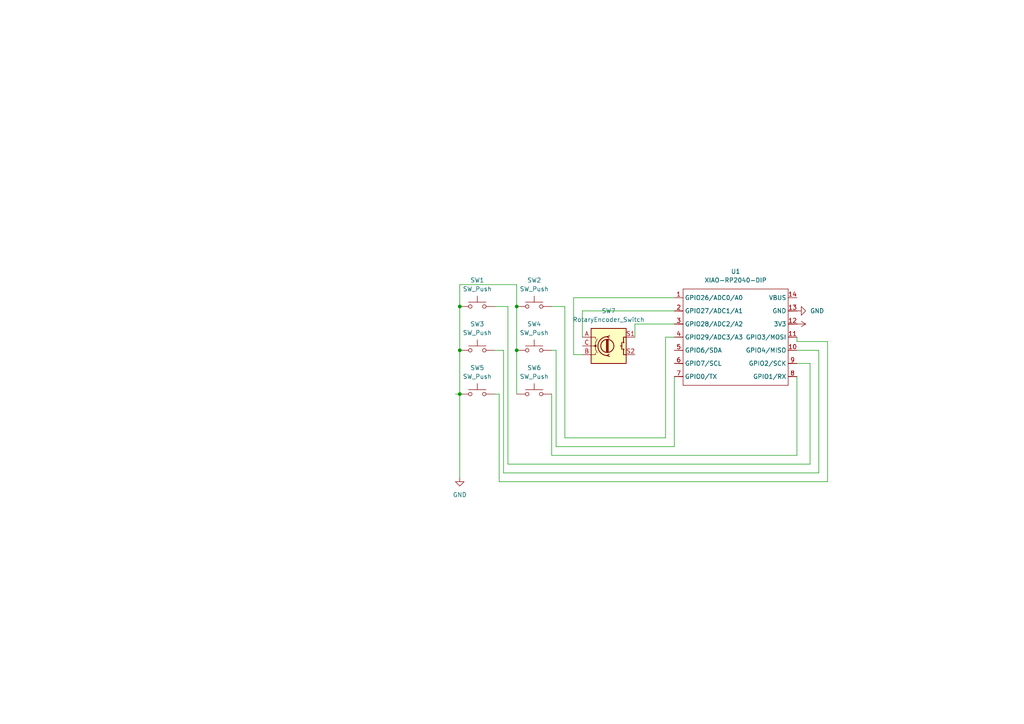
<source format=kicad_sch>
(kicad_sch (version 20250114) (generator "eeschema") (generator_version "9.0")
  (paper "A4")
  (lib_symbols
    (symbol "Device:RotaryEncoder_Switch" (pin_names (offset 0.254) (hide yes))
      (property "Reference" "SW" (at 0 6.604 0))
      (property "Value" "RotaryEncoder_Switch" (at 0 -6.604 0))
      (symbol "RotaryEncoder_Switch_0_1"
        (rectangle (start -5.08 5.08) (end 5.08 -5.08) (stroke (width 0.254)) (fill (type background)))
        (polyline (pts (xy -5.08 2.54) (xy -3.81 2.54) (xy -3.81 2.032)))
        (polyline (pts (xy -5.08 0) (xy -3.81 0) (xy -3.81 -1.016) (xy -3.302 -2.032)))
        (polyline (pts (xy -5.08 -2.54) (xy -3.81 -2.54) (xy -3.81 -2.032)))
        (polyline (pts (xy -4.318 0) (xy -3.81 0) (xy -3.81 1.016) (xy -3.302 2.032)))
        (circle (center -3.81 0) (radius 0.254) (fill (type outline)))
        (polyline (pts (xy -0.635 -1.778) (xy -0.635 1.778)) (stroke (width 0.254)))
        (circle (center -0.381 0) (radius 1.905) (stroke (width 0.254)))
        (polyline (pts (xy -0.381 -1.778) (xy -0.381 1.778)) (stroke (width 0.254)))
        (arc (start -0.381 -2.794) (mid -3.0988 -0.0635) (end -0.381 2.667) (stroke (width 0.254)))
        (polyline (pts (xy -0.127 1.778) (xy -0.127 -1.778)) (stroke (width 0.254)))
        (polyline (pts (xy 0.254 2.921) (xy -0.508 2.667) (xy 0.127 2.286)) (stroke (width 0.254)))
        (polyline (pts (xy 0.254 -3.048) (xy -0.508 -2.794) (xy 0.127 -2.413)) (stroke (width 0.254)))
        (polyline (pts (xy 3.81 1.016) (xy 3.81 -1.016)) (stroke (width 0.254)))
        (polyline (pts (xy 3.81 0) (xy 3.429 0)) (stroke (width 0.254)))
        (circle (center 4.318 1.016) (radius 0.127) (stroke (width 0.254)))
        (circle (center 4.318 -1.016) (radius 0.127) (stroke (width 0.254)))
        (polyline (pts (xy 5.08 2.54) (xy 4.318 2.54) (xy 4.318 1.016)) (stroke (width 0.254)))
        (polyline (pts (xy 5.08 -2.54) (xy 4.318 -2.54) (xy 4.318 -1.016)) (stroke (width 0.254)))
      )
      (symbol "RotaryEncoder_Switch_1_1"
        (pin passive line (at -7.62 2.54 0) (length 2.54) (name "A") (number "A"))
        (pin passive line (at -7.62 0 0) (length 2.54) (name "C") (number "C"))
        (pin passive line (at -7.62 -2.54 0) (length 2.54) (name "B") (number "B"))
        (pin passive line (at 7.62 2.54 180) (length 2.54) (name "S1") (number "S1"))
        (pin passive line (at 7.62 -2.54 180) (length 2.54) (name "S2") (number "S2"))
      )
    )
    (symbol "OPL:XIAO-RP2040-DIP"
      (property "Reference" "U" (at 0 0 0))
      (property "Value" "XIAO-RP2040-DIP" (at 5.334 -1.778 0))
      (symbol "XIAO-RP2040-DIP_1_0"
        (polyline (pts (xy -1.27 -2.54) (xy 29.21 -2.54)) (stroke (width 0.1524)))
        (polyline (pts (xy -1.27 -5.08) (xy -2.54 -5.08)) (stroke (width 0.1524)))
        (polyline (pts (xy -1.27 -5.08) (xy -1.27 -2.54)) (stroke (width 0.1524)))
        (polyline (pts (xy -1.27 -8.89) (xy -2.54 -8.89)) (stroke (width 0.1524)))
        (polyline (pts (xy -1.27 -8.89) (xy -1.27 -5.08)) (stroke (width 0.1524)))
        (polyline (pts (xy -1.27 -12.7) (xy -2.54 -12.7)) (stroke (width 0.1524)))
        (polyline (pts (xy -1.27 -12.7) (xy -1.27 -8.89)) (stroke (width 0.1524)))
        (polyline (pts (xy -1.27 -16.51) (xy -2.54 -16.51)) (stroke (width 0.1524)))
        (polyline (pts (xy -1.27 -16.51) (xy -1.27 -12.7)) (stroke (width 0.1524)))
        (polyline (pts (xy -1.27 -20.32) (xy -2.54 -20.32)) (stroke (width 0.1524)))
        (polyline (pts (xy -1.27 -24.13) (xy -2.54 -24.13)) (stroke (width 0.1524)))
        (polyline (pts (xy -1.27 -27.94) (xy -2.54 -27.94)) (stroke (width 0.1524)))
        (polyline (pts (xy -1.27 -30.48) (xy -1.27 -16.51)) (stroke (width 0.1524)))
        (polyline (pts (xy 29.21 -2.54) (xy 29.21 -5.08)) (stroke (width 0.1524)))
        (polyline (pts (xy 29.21 -5.08) (xy 29.21 -8.89)) (stroke (width 0.1524)))
        (polyline (pts (xy 29.21 -8.89) (xy 29.21 -12.7)) (stroke (width 0.1524)))
        (polyline (pts (xy 29.21 -12.7) (xy 29.21 -30.48)) (stroke (width 0.1524)))
        (polyline (pts (xy 29.21 -30.48) (xy -1.27 -30.48)) (stroke (width 0.1524)))
        (polyline (pts (xy 30.48 -5.08) (xy 29.21 -5.08)) (stroke (width 0.1524)))
        (polyline (pts (xy 30.48 -8.89) (xy 29.21 -8.89)) (stroke (width 0.1524)))
        (polyline (pts (xy 30.48 -12.7) (xy 29.21 -12.7)) (stroke (width 0.1524)))
        (polyline (pts (xy 30.48 -16.51) (xy 29.21 -16.51)) (stroke (width 0.1524)))
        (polyline (pts (xy 30.48 -20.32) (xy 29.21 -20.32)) (stroke (width 0.1524)))
        (polyline (pts (xy 30.48 -24.13) (xy 29.21 -24.13)) (stroke (width 0.1524)))
        (polyline (pts (xy 30.48 -27.94) (xy 29.21 -27.94)) (stroke (width 0.1524)))
        (pin passive line (at -3.81 -5.08 0) (length 2.54) (name "GPIO26/ADC0/A0") (number "1"))
        (pin passive line (at -3.81 -8.89 0) (length 2.54) (name "GPIO27/ADC1/A1") (number "2"))
        (pin passive line (at -3.81 -12.7 0) (length 2.54) (name "GPIO28/ADC2/A2") (number "3"))
        (pin passive line (at -3.81 -16.51 0) (length 2.54) (name "GPIO29/ADC3/A3") (number "4"))
        (pin passive line (at -3.81 -20.32 0) (length 2.54) (name "GPIO6/SDA") (number "5"))
        (pin passive line (at -3.81 -24.13 0) (length 2.54) (name "GPIO7/SCL") (number "6"))
        (pin passive line (at -3.81 -27.94 0) (length 2.54) (name "GPIO0/TX") (number "7"))
        (pin passive line (at 31.75 -5.08 180) (length 2.54) (name "VBUS") (number "14"))
        (pin passive line (at 31.75 -8.89 180) (length 2.54) (name "GND") (number "13"))
        (pin passive line (at 31.75 -12.7 180) (length 2.54) (name "3V3") (number "12"))
        (pin passive line (at 31.75 -16.51 180) (length 2.54) (name "GPIO3/MOSI") (number "11"))
        (pin passive line (at 31.75 -20.32 180) (length 2.54) (name "GPIO4/MISO") (number "10"))
        (pin passive line (at 31.75 -24.13 180) (length 2.54) (name "GPIO2/SCK") (number "9"))
        (pin passive line (at 31.75 -27.94 180) (length 2.54) (name "GPIO1/RX") (number "8"))
      )
    )
    (symbol "Switch:SW_Push" (pin_numbers (hide yes)) (pin_names (offset 1.016) (hide yes))
      (property "Reference" "SW" (at 1.27 2.54 0))
      (property "Value" "SW_Push" (at 0 -1.524 0))
      (symbol "SW_Push_0_1"
        (circle (center -2.032 0) (radius 0.508))
        (polyline (pts (xy 0 1.27) (xy 0 3.048)))
        (circle (center 2.032 0) (radius 0.508))
        (polyline (pts (xy 2.54 1.27) (xy -2.54 1.27)))
        (pin passive line (at -5.08 0 0) (length 2.54) (name "1") (number "1"))
        (pin passive line (at 5.08 0 180) (length 2.54) (name "2") (number "2"))
      )
    )
    (symbol "power:+3.3V" (power) (pin_numbers (hide yes)) (pin_names (offset 0) (hide yes))
      (property "Value" "+3.3V" (at 0 3.556 0))
      (symbol "+3.3V_0_1"
        (polyline (pts (xy -0.762 1.27) (xy 0 2.54)))
        (polyline (pts (xy 0 2.54) (xy 0.762 1.27)))
        (polyline (pts (xy 0 0) (xy 0 2.54)))
      )
      (symbol "+3.3V_1_1"
        (pin power_in line (at 0 0 90) (length 0) (name "~") (number "1"))
      )
    )
    (symbol "power:GND" (power) (pin_numbers (hide yes)) (pin_names (offset 0) (hide yes))
      (property "Value" "GND" (at 0 -3.81 0))
      (symbol "GND_0_1"
        (polyline (pts (xy 0 0) (xy 0 -1.27) (xy 1.27 -1.27) (xy 0 -2.54) (xy -1.27 -1.27) (xy 0 -1.27)))
      )
      (symbol "GND_1_1"
        (pin power_in line (at 0 0 270) (length 0) (name "~") (number "1"))
      )
    )
  )
  (junction (at 133.35 101.6))
  (junction (at 149.86 101.6))
  (junction (at 133.35 114.3))
  (junction (at 149.86 88.9))
  (junction (at 133.35 88.9))
  (wire (pts (xy 237.49 137.16) (xy 237.49 101.6)))
  (wire (pts (xy 147.32 134.62) (xy 234.95 134.62)))
  (wire (pts (xy 160.02 88.9) (xy 163.83 88.9)))
  (wire (pts (xy 195.58 109.22) (xy 195.58 129.54)))
  (wire (pts (xy 133.35 82.55) (xy 149.86 82.55)))
  (wire (pts (xy 166.37 86.36) (xy 195.58 86.36)))
  (wire (pts (xy 133.35 114.3) (xy 133.35 138.43)))
  (wire (pts (xy 160.02 114.3) (xy 160.02 132.08)))
  (wire (pts (xy 146.05 101.6) (xy 146.05 137.16)))
  (wire (pts (xy 184.15 93.98) (xy 195.58 93.98)))
  (wire (pts (xy 161.29 129.54) (xy 195.58 129.54)))
  (wire (pts (xy 168.91 90.17) (xy 195.58 90.17)))
  (wire (pts (xy 133.35 88.9) (xy 133.35 101.6)))
  (wire (pts (xy 237.49 101.6) (xy 231.14 101.6)))
  (wire (pts (xy 133.35 82.55) (xy 133.35 88.9)))
  (wire (pts (xy 168.91 102.87) (xy 166.37 102.87)))
  (wire (pts (xy 166.37 102.87) (xy 166.37 86.36)))
  (wire (pts (xy 144.78 139.7) (xy 144.78 114.3)))
  (wire (pts (xy 133.35 101.6) (xy 133.35 114.3)))
  (wire (pts (xy 193.04 97.79) (xy 195.58 97.79)))
  (wire (pts (xy 184.15 97.79) (xy 184.15 93.98)))
  (wire (pts (xy 168.91 97.79) (xy 168.91 90.17)))
  (wire (pts (xy 231.14 132.08) (xy 231.14 109.22)))
  (wire (pts (xy 144.78 139.7) (xy 240.03 139.7)))
  (wire (pts (xy 149.86 82.55) (xy 149.86 88.9)))
  (wire (pts (xy 147.32 134.62) (xy 147.32 88.9)))
  (wire (pts (xy 231.14 99.06) (xy 231.14 97.79)))
  (wire (pts (xy 143.51 88.9) (xy 147.32 88.9)))
  (wire (pts (xy 234.95 134.62) (xy 234.95 105.41)))
  (wire (pts (xy 240.03 139.7) (xy 240.03 99.06)))
  (wire (pts (xy 132.08 114.3) (xy 133.35 114.3)))
  (wire (pts (xy 149.86 101.6) (xy 149.86 114.3)))
  (wire (pts (xy 193.04 127) (xy 193.04 97.79)))
  (wire (pts (xy 161.29 101.6) (xy 161.29 129.54)))
  (wire (pts (xy 144.78 114.3) (xy 143.51 114.3)))
  (wire (pts (xy 160.02 101.6) (xy 161.29 101.6)))
  (wire (pts (xy 163.83 88.9) (xy 163.83 127)))
  (wire (pts (xy 163.83 127) (xy 193.04 127)))
  (wire (pts (xy 231.14 105.41) (xy 234.95 105.41)))
  (wire (pts (xy 160.02 132.08) (xy 231.14 132.08)))
  (wire (pts (xy 146.05 137.16) (xy 237.49 137.16)))
  (wire (pts (xy 240.03 99.06) (xy 231.14 99.06)))
  (wire (pts (xy 149.86 88.9) (xy 149.86 101.6)))
  (wire (pts (xy 143.51 101.6) (xy 146.05 101.6)))
  (symbol (lib_id "Switch:SW_Push") (at 154.94 101.6 0) (unit 1)
    (property "Reference" "SW4" (at 154.94 93.98 0))
    (property "Value" "SW_Push" (at 154.94 96.52 0))
    (property "Footprint" "Button_Switch_Keyboard:SW_Cherry_MX_1.00u_PCB" (effects (hide yes)))
    (property "Description" "Push button switch, generic, two pins" (effects (hide yes)))
  )
  (symbol (lib_id "Switch:SW_Push") (at 138.43 101.6 0) (unit 1)
    (property "Reference" "SW3" (at 138.43 93.98 0))
    (property "Value" "SW_Push" (at 138.43 96.52 0))
    (property "Footprint" "Button_Switch_Keyboard:SW_Cherry_MX_1.00u_PCB" (effects (hide yes)))
    (property "Description" "Push button switch, generic, two pins" (effects (hide yes)))
  )
  (symbol (lib_id "Switch:SW_Push") (at 138.43 88.9 0) (unit 1)
    (property "Reference" "SW1" (at 138.43 81.28 0))
    (property "Value" "SW_Push" (at 138.43 83.82 0))
    (property "Footprint" "Button_Switch_Keyboard:SW_Cherry_MX_1.00u_PCB" (effects (hide yes)))
    (property "Description" "Push button switch, generic, two pins" (effects (hide yes)))
  )
  (symbol (lib_id "Switch:SW_Push") (at 138.43 114.3 0) (unit 1)
    (property "Reference" "SW5" (at 138.43 106.68 0))
    (property "Value" "SW_Push" (at 138.43 109.22 0))
    (property "Footprint" "Button_Switch_Keyboard:SW_Cherry_MX_1.00u_PCB" (effects (hide yes)))
    (property "Description" "Push button switch, generic, two pins" (effects (hide yes)))
  )
  (symbol (lib_id "power:GND") (at 133.35 138.43 0) (unit 1)
    (property "Reference" "#PWR02" (effects (hide yes)))
    (property "Value" "GND" (at 133.35 143.51 0))
    (property "Description" "Power symbol creates a global label with name \"GND\" , ground" (effects (hide yes)))
  )
  (symbol (lib_id "power:+3.3V") (at 231.14 93.98 270) (unit 1)
    (property "Reference" "#PWR03" (effects (hide yes)))
    (property "Value" "+3.3V" (effects (hide yes)))
    (property "Description" "Power symbol creates a global label with name \"+3.3V\"" (effects (hide yes)))
  )
  (symbol (lib_id "power:GND") (at 231.14 90.17 90) (unit 1)
    (property "Reference" "#PWR01" (effects (hide yes)))
    (property "Value" "GND" (at 234.95 90.1699 90) (effects (justify right)))
    (property "Description" "Power symbol creates a global label with name \"GND\" , ground" (effects (hide yes)))
  )
  (symbol (lib_id "Device:RotaryEncoder_Switch") (at 176.53 100.33 0) (unit 1)
    (property "Reference" "SW7" (at 176.53 90.17 0))
    (property "Value" "RotaryEncoder_Switch" (at 176.53 92.71 0))
    (property "Footprint" "Rotary_Encoder:RotaryEncoder_Alps_EC11E-Switch_Vertical_H20mm" (effects (hide yes)))
    (property "Description" "Rotary encoder, dual channel, incremental quadrate outputs, with switch" (effects (hide yes)))
  )
  (symbol (lib_id "OPL:XIAO-RP2040-DIP") (at 199.39 81.28 0) (unit 1)
    (property "Reference" "U1" (at 213.36 78.74 0))
    (property "Value" "XIAO-RP2040-DIP" (at 213.36 81.28 0))
    (property "Footprint" "OPL:XIAO-RP2040-DIP" (effects (hide yes)))
  )
  (symbol (lib_id "Switch:SW_Push") (at 154.94 88.9 0) (unit 1)
    (property "Reference" "SW2" (at 154.94 81.28 0))
    (property "Value" "SW_Push" (at 154.94 83.82 0))
    (property "Footprint" "Button_Switch_Keyboard:SW_Cherry_MX_1.00u_PCB" (effects (hide yes)))
    (property "Description" "Push button switch, generic, two pins" (effects (hide yes)))
  )
  (symbol (lib_id "Switch:SW_Push") (at 154.94 114.3 0) (unit 1)
    (property "Reference" "SW6" (at 154.94 106.68 0))
    (property "Value" "SW_Push" (at 154.94 109.22 0))
    (property "Footprint" "Button_Switch_Keyboard:SW_Cherry_MX_1.00u_PCB" (effects (hide yes)))
    (property "Description" "Push button switch, generic, two pins" (effects (hide yes)))
  )
)
</source>
